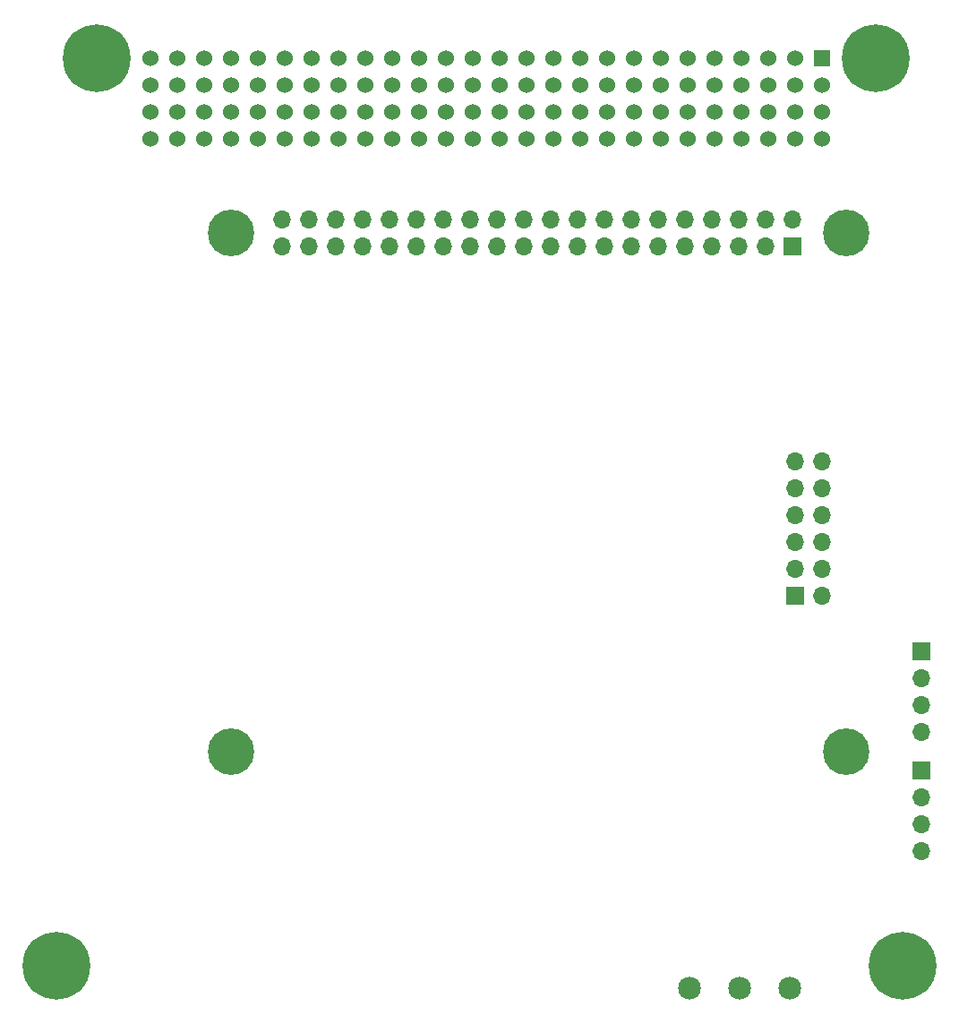
<source format=gbs>
G04 #@! TF.GenerationSoftware,KiCad,Pcbnew,(6.0.7)*
G04 #@! TF.CreationDate,2022-12-20T16:10:49-05:00*
G04 #@! TF.ProjectId,obc-db,6f62632d-6462-42e6-9b69-6361645f7063,rev?*
G04 #@! TF.SameCoordinates,Original*
G04 #@! TF.FileFunction,Soldermask,Bot*
G04 #@! TF.FilePolarity,Negative*
%FSLAX46Y46*%
G04 Gerber Fmt 4.6, Leading zero omitted, Abs format (unit mm)*
G04 Created by KiCad (PCBNEW (6.0.7)) date 2022-12-20 16:10:49*
%MOMM*%
%LPD*%
G01*
G04 APERTURE LIST*
%ADD10C,6.400000*%
%ADD11C,3.600000*%
%ADD12C,2.600000*%
%ADD13C,4.400000*%
%ADD14R,1.700000X1.700000*%
%ADD15O,1.700000X1.700000*%
%ADD16C,2.159000*%
%ADD17R,1.524000X1.524000*%
%ADD18C,1.524000*%
G04 APERTURE END LIST*
D10*
X191770000Y-52070000D03*
D11*
X191770000Y-52070000D03*
X118110000Y-52070000D03*
D10*
X118110000Y-52070000D03*
D12*
X188976000Y-117602000D03*
D13*
X188976000Y-117602000D03*
D14*
X196088000Y-108077000D03*
D15*
X196088000Y-110617000D03*
X196088000Y-113157000D03*
X196088000Y-115697000D03*
D16*
X183642000Y-139954000D03*
X178891999Y-139954000D03*
X174141999Y-139954000D03*
D10*
X114300000Y-137795000D03*
D11*
X114300000Y-137795000D03*
D14*
X183866000Y-69870000D03*
D15*
X183866000Y-67330000D03*
X181326000Y-69870000D03*
X181326000Y-67330000D03*
X178786000Y-69870000D03*
X178786000Y-67330000D03*
X176246000Y-69870000D03*
X176246000Y-67330000D03*
X173706000Y-69870000D03*
X173706000Y-67330000D03*
X171166000Y-69870000D03*
X171166000Y-67330000D03*
X168626000Y-69870000D03*
X168626000Y-67330000D03*
X166086000Y-69870000D03*
X166086000Y-67330000D03*
X163546000Y-69870000D03*
X163546000Y-67330000D03*
X161006000Y-69870000D03*
X161006000Y-67330000D03*
X158466000Y-69870000D03*
X158466000Y-67330000D03*
X155926000Y-69870000D03*
X155926000Y-67330000D03*
X153386000Y-69870000D03*
X153386000Y-67330000D03*
X150846000Y-69870000D03*
X150846000Y-67330000D03*
X148306000Y-69870000D03*
X148306000Y-67330000D03*
X145766000Y-69870000D03*
X145766000Y-67330000D03*
X143226000Y-69870000D03*
X143226000Y-67330000D03*
X140686000Y-69870000D03*
X140686000Y-67330000D03*
X138146000Y-69870000D03*
X138146000Y-67330000D03*
X135606000Y-69870000D03*
X135606000Y-67330000D03*
D14*
X184113000Y-102845000D03*
D15*
X186653000Y-102845000D03*
X184113000Y-100305000D03*
X186653000Y-100305000D03*
X184113000Y-97765000D03*
X186653000Y-97765000D03*
X184113000Y-95225000D03*
X186653000Y-95225000D03*
X184113000Y-92685000D03*
X186653000Y-92685000D03*
X184113000Y-90145000D03*
X186653000Y-90145000D03*
D12*
X130810000Y-68580000D03*
D13*
X130810000Y-68580000D03*
D12*
X130810000Y-117602000D03*
D13*
X130810000Y-117602000D03*
D17*
X186690000Y-52070000D03*
D18*
X186690000Y-54610000D03*
X184150000Y-52070000D03*
X184150000Y-54610000D03*
X181610000Y-52070000D03*
X181610000Y-54610000D03*
X179070000Y-52070000D03*
X179070000Y-54610000D03*
X176530000Y-52070000D03*
X176530000Y-54610000D03*
X173990000Y-52070000D03*
X173990000Y-54610000D03*
X171450000Y-52070000D03*
X171450000Y-54610000D03*
X168910000Y-52070000D03*
X168910000Y-54610000D03*
X166370000Y-52070000D03*
X166370000Y-54610000D03*
X163830000Y-52070000D03*
X163830000Y-54610000D03*
X161290000Y-52070000D03*
X161290000Y-54610000D03*
X158750000Y-52070000D03*
X158750000Y-54610000D03*
X156210000Y-52070000D03*
X156210000Y-54610000D03*
X153670000Y-52070000D03*
X153670000Y-54610000D03*
X151130000Y-52070000D03*
X151130000Y-54610000D03*
X148590000Y-52070000D03*
X148590000Y-54610000D03*
X146050000Y-52070000D03*
X146050000Y-54610000D03*
X143510000Y-52070000D03*
X143510000Y-54610000D03*
X140970000Y-52070000D03*
X140970000Y-54610000D03*
X138430000Y-52070000D03*
X138430000Y-54610000D03*
X135890000Y-52070000D03*
X135890000Y-54610000D03*
X133350000Y-52070000D03*
X133350000Y-54610000D03*
X130810000Y-52070000D03*
X130810000Y-54610000D03*
X128270000Y-52070000D03*
X128270000Y-54610000D03*
X125730000Y-52070000D03*
X125730000Y-54610000D03*
X123190000Y-52070000D03*
X123190000Y-54610000D03*
X186690000Y-57150000D03*
X186690000Y-59690000D03*
X184150000Y-57150000D03*
X184150000Y-59690000D03*
X181610000Y-57150000D03*
X181610000Y-59690000D03*
X179070000Y-57150000D03*
X179070000Y-59690000D03*
X176530000Y-57150000D03*
X176530000Y-59690000D03*
X173990000Y-57150000D03*
X173990000Y-59690000D03*
X171450000Y-57150000D03*
X171450000Y-59690000D03*
X168910000Y-57150000D03*
X168910000Y-59690000D03*
X166370000Y-57150000D03*
X166370000Y-59690000D03*
X163830000Y-57150000D03*
X163830000Y-59690000D03*
X161290000Y-57150000D03*
X161290000Y-59690000D03*
X158750000Y-57150000D03*
X158750000Y-59690000D03*
X156210000Y-57150000D03*
X156210000Y-59690000D03*
X153670000Y-57150000D03*
X153670000Y-59690000D03*
X151130000Y-57150000D03*
X151130000Y-59690000D03*
X148590000Y-57150000D03*
X148590000Y-59690000D03*
X146050000Y-57150000D03*
X146050000Y-59690000D03*
X143510000Y-57150000D03*
X143510000Y-59690000D03*
X140970000Y-57150000D03*
X140970000Y-59690000D03*
X138430000Y-57150000D03*
X138430000Y-59690000D03*
X135890000Y-57150000D03*
X135890000Y-59690000D03*
X133350000Y-57150000D03*
X133350000Y-59690000D03*
X130810000Y-57150000D03*
X130810000Y-59690000D03*
X128270000Y-57150000D03*
X128270000Y-59690000D03*
X125730000Y-57150000D03*
X125730000Y-59690000D03*
X123190000Y-57150000D03*
X123190000Y-59690000D03*
D12*
X188976000Y-68580000D03*
D13*
X188976000Y-68580000D03*
D11*
X194310000Y-137795000D03*
D10*
X194310000Y-137795000D03*
D14*
X196088000Y-119380000D03*
D15*
X196088000Y-121920000D03*
X196088000Y-124460000D03*
X196088000Y-127000000D03*
M02*

</source>
